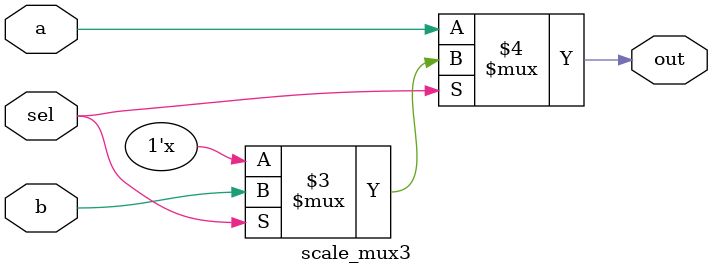
<source format=v>
`timescale 1ns / 100ps
module scale_mux3(out, a, b, sel);
// `include "params.v"
parameter width=1;
output [width-1:0] out;
input [width-1:0] a,b;
input sel;

// reg [width-1:0] out;

assign out = ( sel == 'b0) ? a : ( sel == 'b1) ? b : {width{1'bx}};
initial $display("\n\t executing scale_mux3 \n");


endmodule

</source>
